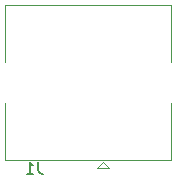
<source format=gbr>
G04 #@! TF.GenerationSoftware,KiCad,Pcbnew,(5.0.0-rc2-dev-647-g0f5eb421b)*
G04 #@! TF.CreationDate,2018-05-07T01:31:26+02:00*
G04 #@! TF.ProjectId,monochromator,6D6F6E6F6368726F6D61746F722E6B69,rev?*
G04 #@! TF.SameCoordinates,Original*
G04 #@! TF.FileFunction,Legend,Bot*
G04 #@! TF.FilePolarity,Positive*
%FSLAX46Y46*%
G04 Gerber Fmt 4.6, Leading zero omitted, Abs format (unit mm)*
G04 Created by KiCad (PCBNEW (5.0.0-rc2-dev-647-g0f5eb421b)) date 05/07/18 01:31:26*
%MOMM*%
%LPD*%
G01*
G04 APERTURE LIST*
%ADD10C,0.120000*%
%ADD11C,0.150000*%
G04 APERTURE END LIST*
D10*
X176000000Y-77500000D02*
X176000000Y-82300000D01*
X176000000Y-69200000D02*
X176000000Y-74000000D01*
X190100000Y-69200000D02*
X176000000Y-69200000D01*
X190100000Y-74000000D02*
X190100000Y-69200000D01*
X190100000Y-82300000D02*
X190100000Y-77500000D01*
X176000000Y-82300000D02*
X190100000Y-82300000D01*
X183800000Y-83000000D02*
X184300000Y-82500000D01*
X184800000Y-83000000D02*
X183800000Y-83000000D01*
X184300000Y-82500000D02*
X184800000Y-83000000D01*
D11*
X178833333Y-82502380D02*
X178833333Y-83216666D01*
X178880952Y-83359523D01*
X178976190Y-83454761D01*
X179119047Y-83502380D01*
X179214285Y-83502380D01*
X177833333Y-83502380D02*
X178404761Y-83502380D01*
X178119047Y-83502380D02*
X178119047Y-82502380D01*
X178214285Y-82645238D01*
X178309523Y-82740476D01*
X178404761Y-82788095D01*
M02*

</source>
